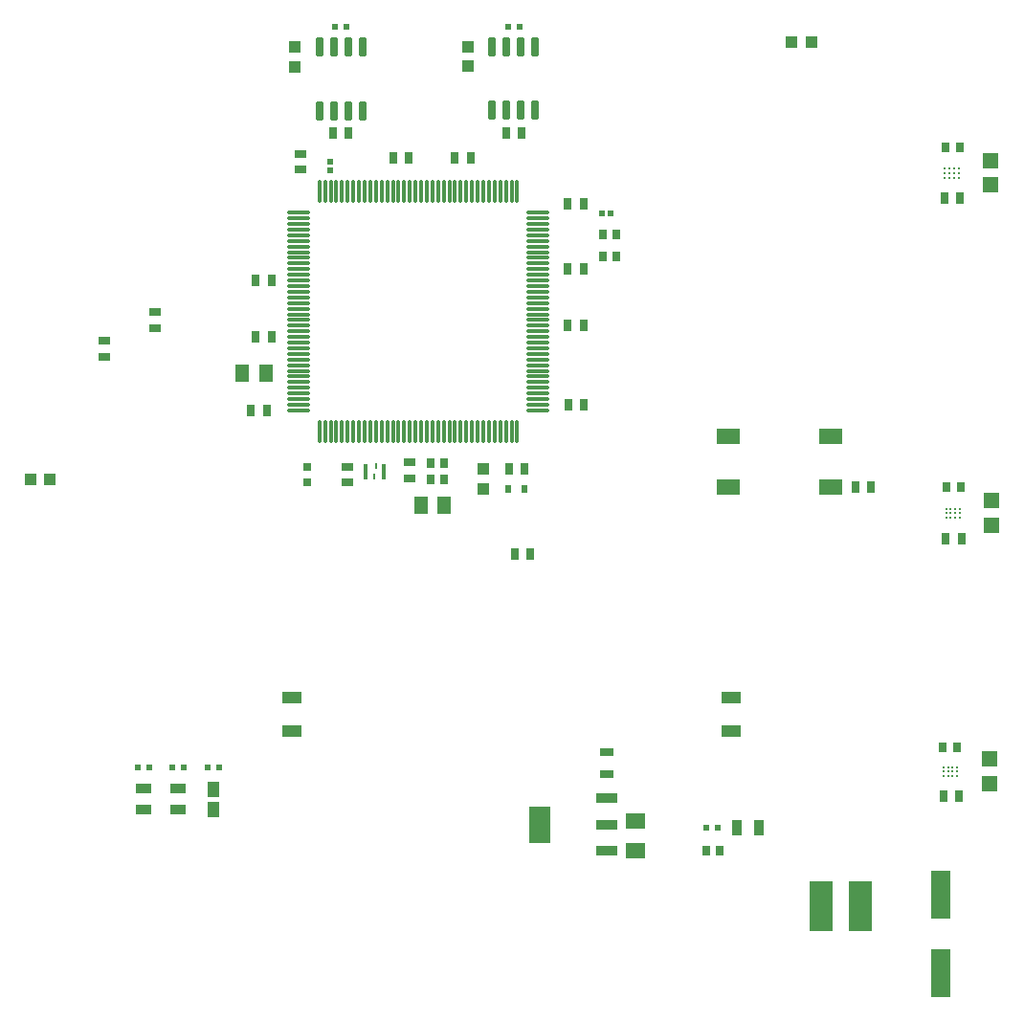
<source format=gtp>
G04*
G04 #@! TF.GenerationSoftware,Altium Limited,Altium Designer,20.2.3 (150)*
G04*
G04 Layer_Color=8421504*
%FSLAX25Y25*%
%MOIN*%
G70*
G04*
G04 #@! TF.SameCoordinates,55210B2D-0A46-486D-8559-DE1921E740DA*
G04*
G04*
G04 #@! TF.FilePolarity,Positive*
G04*
G01*
G75*
%ADD17R,0.02387X0.02473*%
%ADD18O,0.01181X0.08268*%
%ADD19R,0.02756X0.02559*%
%ADD20C,0.00837*%
%ADD21R,0.02985X0.03197*%
%ADD22R,0.03071X0.03858*%
G04:AMPARAMS|DCode=23|XSize=25.59mil|YSize=64.96mil|CornerRadius=1.92mil|HoleSize=0mil|Usage=FLASHONLY|Rotation=180.000|XOffset=0mil|YOffset=0mil|HoleType=Round|Shape=RoundedRectangle|*
%AMROUNDEDRECTD23*
21,1,0.02559,0.06112,0,0,180.0*
21,1,0.02175,0.06496,0,0,180.0*
1,1,0.00384,-0.01088,0.03056*
1,1,0.00384,0.01088,0.03056*
1,1,0.00384,0.01088,-0.03056*
1,1,0.00384,-0.01088,-0.03056*
%
%ADD23ROUNDEDRECTD23*%
%ADD24R,0.08268X0.05433*%
%ADD25O,0.08268X0.01181*%
%ADD26R,0.02362X0.03150*%
%ADD27R,0.03985X0.04168*%
%ADD28R,0.03858X0.03071*%
%ADD29R,0.01870X0.01968*%
%ADD30R,0.03543X0.05512*%
%ADD31R,0.05669X0.05512*%
%ADD32R,0.07087X0.04134*%
%ADD33R,0.05512X0.03543*%
%ADD34R,0.04168X0.03985*%
%ADD35R,0.00787X0.01968*%
%ADD36R,0.01575X0.05512*%
%ADD37R,0.03150X0.03543*%
%ADD38R,0.04750X0.05938*%
%ADD39R,0.02473X0.02387*%
%ADD40R,0.07480X0.03543*%
%ADD41R,0.07480X0.12598*%
%ADD42R,0.05118X0.02756*%
%ADD43R,0.07087X0.05512*%
%ADD44R,0.03937X0.05709*%
%ADD45R,0.07874X0.17323*%
%ADD46R,0.07087X0.16535*%
D17*
X124800Y332468D02*
D03*
Y335531D02*
D03*
D18*
X124848Y324965D02*
D03*
X183903Y241500D02*
D03*
X181935D02*
D03*
X120911D02*
D03*
X122880D02*
D03*
X124848D02*
D03*
X126816D02*
D03*
X128785D02*
D03*
X130754D02*
D03*
X132722D02*
D03*
X134690D02*
D03*
X136659D02*
D03*
X138628D02*
D03*
X140596D02*
D03*
X142564D02*
D03*
X144533D02*
D03*
X146502D02*
D03*
X148470D02*
D03*
X150438D02*
D03*
X152407D02*
D03*
X154376D02*
D03*
X156344D02*
D03*
X158313D02*
D03*
X160281D02*
D03*
X162250D02*
D03*
X164218D02*
D03*
X166187D02*
D03*
X168155D02*
D03*
X170124D02*
D03*
X172092D02*
D03*
X174061D02*
D03*
X176029D02*
D03*
X177998D02*
D03*
X179966D02*
D03*
X185872D02*
D03*
X187840D02*
D03*
X189809D02*
D03*
Y324965D02*
D03*
X187840D02*
D03*
X185872D02*
D03*
X183903D02*
D03*
X181935D02*
D03*
X179966D02*
D03*
X177998D02*
D03*
X176029D02*
D03*
X174061D02*
D03*
X172092D02*
D03*
X170124D02*
D03*
X168155D02*
D03*
X166187D02*
D03*
X164218D02*
D03*
X162250D02*
D03*
X160281D02*
D03*
X158313D02*
D03*
X156344D02*
D03*
X154376D02*
D03*
X152407D02*
D03*
X150438D02*
D03*
X148470D02*
D03*
X146502D02*
D03*
X144533D02*
D03*
X142564D02*
D03*
X140596D02*
D03*
X138628D02*
D03*
X136659D02*
D03*
X134690D02*
D03*
X132722D02*
D03*
X130754D02*
D03*
X128785D02*
D03*
X126816D02*
D03*
X122880D02*
D03*
X120911D02*
D03*
D19*
X116800Y223843D02*
D03*
Y229158D02*
D03*
D20*
X339225Y211368D02*
D03*
Y212943D02*
D03*
X343950Y214518D02*
D03*
Y212943D02*
D03*
Y211368D02*
D03*
X342375Y214518D02*
D03*
Y212943D02*
D03*
Y211368D02*
D03*
X340800Y214518D02*
D03*
Y212943D02*
D03*
Y211368D02*
D03*
X339225Y214518D02*
D03*
X338825Y329789D02*
D03*
Y331364D02*
D03*
Y332939D02*
D03*
X340400Y329789D02*
D03*
Y331364D02*
D03*
Y332939D02*
D03*
X341975Y329789D02*
D03*
Y331364D02*
D03*
Y332939D02*
D03*
X343550Y329789D02*
D03*
Y331364D02*
D03*
Y332939D02*
D03*
X338350Y121425D02*
D03*
Y123000D02*
D03*
Y124575D02*
D03*
X339925Y121425D02*
D03*
Y123000D02*
D03*
Y124575D02*
D03*
X341500Y121425D02*
D03*
Y123000D02*
D03*
Y124575D02*
D03*
X343075Y121425D02*
D03*
Y123000D02*
D03*
Y124575D02*
D03*
D21*
X343868Y340364D02*
D03*
X219544Y310100D02*
D03*
X224481D02*
D03*
X224468Y302300D02*
D03*
X344268Y222143D02*
D03*
X339332D02*
D03*
X219532Y302300D02*
D03*
X338932Y340364D02*
D03*
X338032Y131500D02*
D03*
X342968D02*
D03*
D22*
X131112Y345400D02*
D03*
X191412Y345500D02*
D03*
X307631Y222158D02*
D03*
X213000Y320700D02*
D03*
X207488D02*
D03*
X207488Y298000D02*
D03*
X207488Y278500D02*
D03*
X207588Y250800D02*
D03*
X192356Y228400D02*
D03*
X188944Y198600D02*
D03*
X339044Y204143D02*
D03*
X344556D02*
D03*
X344156Y322864D02*
D03*
X338644D02*
D03*
X313143Y222158D02*
D03*
X104344Y274500D02*
D03*
X98832D02*
D03*
X104344Y294000D02*
D03*
X98832D02*
D03*
X194456Y198600D02*
D03*
X146544Y336800D02*
D03*
X152056D02*
D03*
X168100D02*
D03*
X173612D02*
D03*
X213000Y298000D02*
D03*
X213000Y278500D02*
D03*
X213100Y250800D02*
D03*
X102600Y248783D02*
D03*
X97088D02*
D03*
X186844Y228400D02*
D03*
X185900Y345500D02*
D03*
X125600Y345400D02*
D03*
X338244Y114500D02*
D03*
X343756D02*
D03*
D23*
X191156Y353278D02*
D03*
X130856Y353178D02*
D03*
X196156Y375522D02*
D03*
X191156D02*
D03*
X186156D02*
D03*
X181156D02*
D03*
X196156Y353278D02*
D03*
X186156D02*
D03*
X181156D02*
D03*
X120856Y353178D02*
D03*
X125856D02*
D03*
X135856D02*
D03*
X120856Y375422D02*
D03*
X125856D02*
D03*
X130856D02*
D03*
X135856D02*
D03*
D24*
X299000Y222000D02*
D03*
X263173Y222039D02*
D03*
X299000Y239677D02*
D03*
X263173D02*
D03*
D25*
X197092Y317681D02*
D03*
Y297996D02*
D03*
Y278311D02*
D03*
Y252720D02*
D03*
Y248783D02*
D03*
Y250752D02*
D03*
Y254689D02*
D03*
Y256657D02*
D03*
Y258626D02*
D03*
Y260594D02*
D03*
Y262563D02*
D03*
Y264532D02*
D03*
Y266500D02*
D03*
Y268469D02*
D03*
Y270437D02*
D03*
Y272406D02*
D03*
Y274374D02*
D03*
Y276343D02*
D03*
Y280280D02*
D03*
Y282248D02*
D03*
Y284217D02*
D03*
Y286185D02*
D03*
Y288154D02*
D03*
Y290122D02*
D03*
Y292091D02*
D03*
Y294059D02*
D03*
Y296028D02*
D03*
Y299965D02*
D03*
Y301933D02*
D03*
Y303902D02*
D03*
Y305870D02*
D03*
Y307839D02*
D03*
Y309807D02*
D03*
Y311776D02*
D03*
Y313744D02*
D03*
Y315713D02*
D03*
X113628Y317681D02*
D03*
Y315713D02*
D03*
Y313744D02*
D03*
Y311776D02*
D03*
Y309807D02*
D03*
Y307839D02*
D03*
Y305870D02*
D03*
Y303902D02*
D03*
Y301933D02*
D03*
Y299965D02*
D03*
Y297996D02*
D03*
Y296028D02*
D03*
Y294059D02*
D03*
Y292091D02*
D03*
Y290122D02*
D03*
Y288154D02*
D03*
Y286185D02*
D03*
Y284217D02*
D03*
Y282248D02*
D03*
Y280280D02*
D03*
Y278311D02*
D03*
Y276343D02*
D03*
Y274374D02*
D03*
Y272406D02*
D03*
Y270437D02*
D03*
Y268469D02*
D03*
Y266500D02*
D03*
Y264532D02*
D03*
Y262563D02*
D03*
Y260594D02*
D03*
Y258626D02*
D03*
Y256657D02*
D03*
Y254689D02*
D03*
Y252720D02*
D03*
Y250752D02*
D03*
Y248783D02*
D03*
D26*
X186744Y221548D02*
D03*
X192256D02*
D03*
D27*
X177998Y228452D02*
D03*
Y221548D02*
D03*
X172556Y375552D02*
D03*
Y368648D02*
D03*
X112256Y368548D02*
D03*
Y375452D02*
D03*
D28*
X63700Y277544D02*
D03*
Y283056D02*
D03*
X46000Y267444D02*
D03*
Y272956D02*
D03*
X130744Y229256D02*
D03*
X114300Y332744D02*
D03*
Y338256D02*
D03*
X130744Y223744D02*
D03*
X152444Y230756D02*
D03*
Y225244D02*
D03*
D29*
X259575Y103500D02*
D03*
X255539D02*
D03*
X190674Y382500D02*
D03*
X186638D02*
D03*
X85883Y124302D02*
D03*
X81847D02*
D03*
X73618D02*
D03*
X69582D02*
D03*
X61618D02*
D03*
X57582D02*
D03*
X126338Y382400D02*
D03*
X130374D02*
D03*
D30*
X273940Y103500D02*
D03*
X266460D02*
D03*
D31*
X355100Y217274D02*
D03*
Y208612D02*
D03*
X354700Y327263D02*
D03*
Y335924D02*
D03*
X354500Y127331D02*
D03*
Y118669D02*
D03*
D32*
X264500Y137094D02*
D03*
Y148906D02*
D03*
X111500Y148906D02*
D03*
Y137094D02*
D03*
D33*
X59600Y117140D02*
D03*
Y109660D02*
D03*
X71600D02*
D03*
Y117140D02*
D03*
D34*
X292352Y377000D02*
D03*
X285448D02*
D03*
X20248Y224700D02*
D03*
X27152D02*
D03*
D35*
X139850Y225728D02*
D03*
X140638Y229272D02*
D03*
D36*
X137094Y227500D02*
D03*
X143394D02*
D03*
D37*
X164469Y224594D02*
D03*
Y230500D02*
D03*
X159744D02*
D03*
Y224594D02*
D03*
X255539Y95500D02*
D03*
X260461D02*
D03*
D38*
X94107Y261700D02*
D03*
X102381D02*
D03*
X164469Y215700D02*
D03*
X156194D02*
D03*
D39*
X222351Y317500D02*
D03*
X219288D02*
D03*
D40*
X221000Y95500D02*
D03*
Y104555D02*
D03*
Y113610D02*
D03*
D41*
X197772Y104555D02*
D03*
D42*
X221000Y122153D02*
D03*
Y129634D02*
D03*
D43*
X231086Y105736D02*
D03*
Y95500D02*
D03*
D44*
X83865Y109759D02*
D03*
Y116846D02*
D03*
D45*
X295610Y76000D02*
D03*
X309390D02*
D03*
D46*
X337500Y52835D02*
D03*
Y80000D02*
D03*
M02*

</source>
